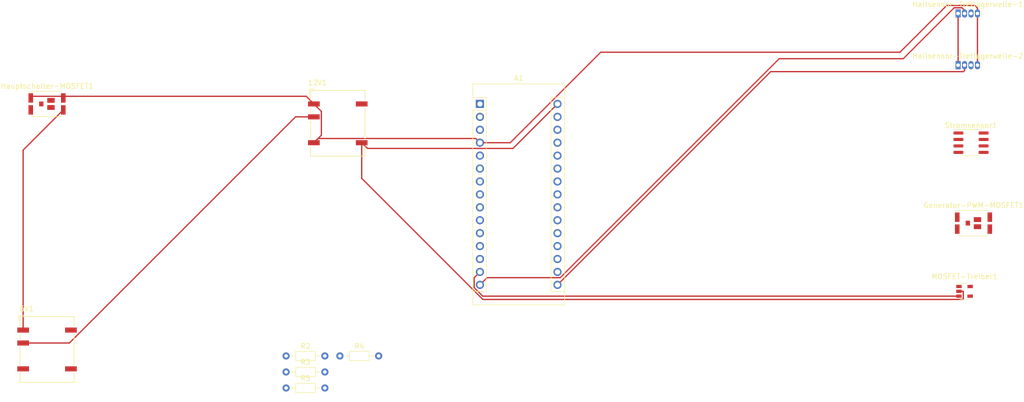
<source format=kicad_pcb>
(kicad_pcb (version 20171130) (host pcbnew 5.1.10)

  (general
    (thickness 1.6)
    (drawings 0)
    (tracks 49)
    (zones 0)
    (modules 13)
    (nets 45)
  )

  (page A4)
  (layers
    (0 F.Cu signal)
    (31 B.Cu signal)
    (32 B.Adhes user)
    (33 F.Adhes user)
    (34 B.Paste user)
    (35 F.Paste user)
    (36 B.SilkS user)
    (37 F.SilkS user)
    (38 B.Mask user)
    (39 F.Mask user)
    (40 Dwgs.User user)
    (41 Cmts.User user)
    (42 Eco1.User user)
    (43 Eco2.User user)
    (44 Edge.Cuts user)
    (45 Margin user)
    (46 B.CrtYd user)
    (47 F.CrtYd user)
    (48 B.Fab user)
    (49 F.Fab user)
  )

  (setup
    (last_trace_width 0.25)
    (trace_clearance 0.2)
    (zone_clearance 0.508)
    (zone_45_only no)
    (trace_min 0.2)
    (via_size 0.8)
    (via_drill 0.4)
    (via_min_size 0.4)
    (via_min_drill 0.3)
    (uvia_size 0.3)
    (uvia_drill 0.1)
    (uvias_allowed no)
    (uvia_min_size 0.2)
    (uvia_min_drill 0.1)
    (edge_width 0.05)
    (segment_width 0.2)
    (pcb_text_width 0.3)
    (pcb_text_size 1.5 1.5)
    (mod_edge_width 0.12)
    (mod_text_size 1 1)
    (mod_text_width 0.15)
    (pad_size 1.524 1.524)
    (pad_drill 0.762)
    (pad_to_mask_clearance 0)
    (aux_axis_origin 0 0)
    (visible_elements FFFFFF7F)
    (pcbplotparams
      (layerselection 0x010fc_ffffffff)
      (usegerberextensions false)
      (usegerberattributes true)
      (usegerberadvancedattributes true)
      (creategerberjobfile true)
      (excludeedgelayer true)
      (linewidth 0.100000)
      (plotframeref false)
      (viasonmask false)
      (mode 1)
      (useauxorigin false)
      (hpglpennumber 1)
      (hpglpenspeed 20)
      (hpglpendiameter 15.000000)
      (psnegative false)
      (psa4output false)
      (plotreference true)
      (plotvalue true)
      (plotinvisibletext false)
      (padsonsilk false)
      (subtractmaskfromsilk false)
      (outputformat 1)
      (mirror false)
      (drillshape 1)
      (scaleselection 1)
      (outputdirectory ""))
  )

  (net 0 "")
  (net 1 "Net-(12V1-Pad8)")
  (net 2 "Net-(12V1-Pad14)")
  (net 3 GND)
  (net 4 "Net-(12V1-Pad3)")
  (net 5 "Net-(6V1-Pad8)")
  (net 6 "Net-(6V1-Pad14)")
  (net 7 "Net-(A1-Pad16)")
  (net 8 "Net-(A1-Pad15)")
  (net 9 "Net-(A1-Pad14)")
  (net 10 "Net-(A1-Pad13)")
  (net 11 "Net-(A1-Pad28)")
  (net 12 "Net-(A1-Pad12)")
  (net 13 "Net-(A1-Pad27)")
  (net 14 "Net-(A1-Pad11)")
  (net 15 "Net-(A1-Pad26)")
  (net 16 "Net-(A1-Pad10)")
  (net 17 "Net-(A1-Pad25)")
  (net 18 "Net-(A1-Pad9)")
  (net 19 "Net-(A1-Pad24)")
  (net 20 "Net-(A1-Pad8)")
  (net 21 "Net-(A1-Pad23)")
  (net 22 "Net-(A1-Pad7)")
  (net 23 "Net-(A1-Pad22)")
  (net 24 "Net-(A1-Pad6)")
  (net 25 "Net-(A1-Pad21)")
  (net 26 "Net-(A1-Pad5)")
  (net 27 "Net-(A1-Pad20)")
  (net 28 "Net-(A1-Pad19)")
  (net 29 "Net-(A1-Pad3)")
  (net 30 "Net-(A1-Pad18)")
  (net 31 "Net-(A1-Pad2)")
  (net 32 "Net-(A1-Pad17)")
  (net 33 "Net-(A1-Pad1)")
  (net 34 "Net-(BAT1-Pad4)")
  (net 35 "Net-(Generator-PWM-MOSFET1-Pad1)")
  (net 36 "Net-(Generator-PWM-MOSFET1-Pad2)")
  (net 37 "Net-(Hallsensor-Tretlagerwelle-1-Pad3)")
  (net 38 "Net-(Hallsensor-Tretlagerwelle-2-Pad3)")
  (net 39 "Net-(Hauptschalter-MOSFET1-Pad2)")
  (net 40 "Net-(MOSFET-Treiber1-Pad1)")
  (net 41 "Net-(A1-Pad4)")
  (net 42 "Net-(MOTOR1-Pad~)")
  (net 43 "Net-(C1-Pad1)")
  (net 44 "Net-(D2-Pad2)")

  (net_class Default "This is the default net class."
    (clearance 0.2)
    (trace_width 0.25)
    (via_dia 0.8)
    (via_drill 0.4)
    (uvia_dia 0.3)
    (uvia_drill 0.1)
    (add_net GND)
    (add_net "Net-(12V1-Pad14)")
    (add_net "Net-(12V1-Pad3)")
    (add_net "Net-(12V1-Pad8)")
    (add_net "Net-(6V1-Pad14)")
    (add_net "Net-(6V1-Pad8)")
    (add_net "Net-(A1-Pad1)")
    (add_net "Net-(A1-Pad10)")
    (add_net "Net-(A1-Pad11)")
    (add_net "Net-(A1-Pad12)")
    (add_net "Net-(A1-Pad13)")
    (add_net "Net-(A1-Pad14)")
    (add_net "Net-(A1-Pad15)")
    (add_net "Net-(A1-Pad16)")
    (add_net "Net-(A1-Pad17)")
    (add_net "Net-(A1-Pad18)")
    (add_net "Net-(A1-Pad19)")
    (add_net "Net-(A1-Pad2)")
    (add_net "Net-(A1-Pad20)")
    (add_net "Net-(A1-Pad21)")
    (add_net "Net-(A1-Pad22)")
    (add_net "Net-(A1-Pad23)")
    (add_net "Net-(A1-Pad24)")
    (add_net "Net-(A1-Pad25)")
    (add_net "Net-(A1-Pad26)")
    (add_net "Net-(A1-Pad27)")
    (add_net "Net-(A1-Pad28)")
    (add_net "Net-(A1-Pad3)")
    (add_net "Net-(A1-Pad4)")
    (add_net "Net-(A1-Pad5)")
    (add_net "Net-(A1-Pad6)")
    (add_net "Net-(A1-Pad7)")
    (add_net "Net-(A1-Pad8)")
    (add_net "Net-(A1-Pad9)")
    (add_net "Net-(BAT1-Pad4)")
    (add_net "Net-(C1-Pad1)")
    (add_net "Net-(D2-Pad2)")
    (add_net "Net-(Generator-PWM-MOSFET1-Pad1)")
    (add_net "Net-(Generator-PWM-MOSFET1-Pad2)")
    (add_net "Net-(Hallsensor-Tretlagerwelle-1-Pad3)")
    (add_net "Net-(Hallsensor-Tretlagerwelle-2-Pad3)")
    (add_net "Net-(Hauptschalter-MOSFET1-Pad2)")
    (add_net "Net-(MOSFET-Treiber1-Pad1)")
    (add_net "Net-(MOTOR1-Pad~)")
  )

  (module Resistor_THT:R_Axial_DIN0204_L3.6mm_D1.6mm_P7.62mm_Horizontal (layer F.Cu) (tedit 5AE5139B) (tstamp 6091719D)
    (at 128.27 90.12)
    (descr "Resistor, Axial_DIN0204 series, Axial, Horizontal, pin pitch=7.62mm, 0.167W, length*diameter=3.6*1.6mm^2, http://cdn-reichelt.de/documents/datenblatt/B400/1_4W%23YAG.pdf")
    (tags "Resistor Axial_DIN0204 series Axial Horizontal pin pitch 7.62mm 0.167W length 3.6mm diameter 1.6mm")
    (path /6054C592)
    (fp_text reference R5 (at 3.81 -1.92) (layer F.SilkS)
      (effects (font (size 1 1) (thickness 0.15)))
    )
    (fp_text value 47k (at 3.81 1.92) (layer F.Fab)
      (effects (font (size 1 1) (thickness 0.15)))
    )
    (fp_text user %R (at 3.81 0) (layer F.Fab)
      (effects (font (size 0.72 0.72) (thickness 0.108)))
    )
    (fp_line (start 2.01 -0.8) (end 2.01 0.8) (layer F.Fab) (width 0.1))
    (fp_line (start 2.01 0.8) (end 5.61 0.8) (layer F.Fab) (width 0.1))
    (fp_line (start 5.61 0.8) (end 5.61 -0.8) (layer F.Fab) (width 0.1))
    (fp_line (start 5.61 -0.8) (end 2.01 -0.8) (layer F.Fab) (width 0.1))
    (fp_line (start 0 0) (end 2.01 0) (layer F.Fab) (width 0.1))
    (fp_line (start 7.62 0) (end 5.61 0) (layer F.Fab) (width 0.1))
    (fp_line (start 1.89 -0.92) (end 1.89 0.92) (layer F.SilkS) (width 0.12))
    (fp_line (start 1.89 0.92) (end 5.73 0.92) (layer F.SilkS) (width 0.12))
    (fp_line (start 5.73 0.92) (end 5.73 -0.92) (layer F.SilkS) (width 0.12))
    (fp_line (start 5.73 -0.92) (end 1.89 -0.92) (layer F.SilkS) (width 0.12))
    (fp_line (start 0.94 0) (end 1.89 0) (layer F.SilkS) (width 0.12))
    (fp_line (start 6.68 0) (end 5.73 0) (layer F.SilkS) (width 0.12))
    (fp_line (start -0.95 -1.05) (end -0.95 1.05) (layer F.CrtYd) (width 0.05))
    (fp_line (start -0.95 1.05) (end 8.57 1.05) (layer F.CrtYd) (width 0.05))
    (fp_line (start 8.57 1.05) (end 8.57 -1.05) (layer F.CrtYd) (width 0.05))
    (fp_line (start 8.57 -1.05) (end -0.95 -1.05) (layer F.CrtYd) (width 0.05))
    (pad 2 thru_hole oval (at 7.62 0) (size 1.4 1.4) (drill 0.7) (layers *.Cu *.Mask)
      (net 3 GND))
    (pad 1 thru_hole circle (at 0 0) (size 1.4 1.4) (drill 0.7) (layers *.Cu *.Mask)
      (net 26 "Net-(A1-Pad5)"))
    (model ${KISYS3DMOD}/Resistor_THT.3dshapes/R_Axial_DIN0204_L3.6mm_D1.6mm_P7.62mm_Horizontal.wrl
      (at (xyz 0 0 0))
      (scale (xyz 1 1 1))
      (rotate (xyz 0 0 0))
    )
  )

  (module Resistor_THT:R_Axial_DIN0204_L3.6mm_D1.6mm_P7.62mm_Horizontal (layer F.Cu) (tedit 5AE5139B) (tstamp 60917186)
    (at 138.84 83.82)
    (descr "Resistor, Axial_DIN0204 series, Axial, Horizontal, pin pitch=7.62mm, 0.167W, length*diameter=3.6*1.6mm^2, http://cdn-reichelt.de/documents/datenblatt/B400/1_4W%23YAG.pdf")
    (tags "Resistor Axial_DIN0204 series Axial Horizontal pin pitch 7.62mm 0.167W length 3.6mm diameter 1.6mm")
    (path /6054C58B)
    (fp_text reference R4 (at 3.81 -1.92) (layer F.SilkS)
      (effects (font (size 1 1) (thickness 0.15)))
    )
    (fp_text value 100k (at 3.81 1.92) (layer F.Fab)
      (effects (font (size 1 1) (thickness 0.15)))
    )
    (fp_text user %R (at 3.81 0) (layer F.Fab)
      (effects (font (size 0.72 0.72) (thickness 0.108)))
    )
    (fp_line (start 2.01 -0.8) (end 2.01 0.8) (layer F.Fab) (width 0.1))
    (fp_line (start 2.01 0.8) (end 5.61 0.8) (layer F.Fab) (width 0.1))
    (fp_line (start 5.61 0.8) (end 5.61 -0.8) (layer F.Fab) (width 0.1))
    (fp_line (start 5.61 -0.8) (end 2.01 -0.8) (layer F.Fab) (width 0.1))
    (fp_line (start 0 0) (end 2.01 0) (layer F.Fab) (width 0.1))
    (fp_line (start 7.62 0) (end 5.61 0) (layer F.Fab) (width 0.1))
    (fp_line (start 1.89 -0.92) (end 1.89 0.92) (layer F.SilkS) (width 0.12))
    (fp_line (start 1.89 0.92) (end 5.73 0.92) (layer F.SilkS) (width 0.12))
    (fp_line (start 5.73 0.92) (end 5.73 -0.92) (layer F.SilkS) (width 0.12))
    (fp_line (start 5.73 -0.92) (end 1.89 -0.92) (layer F.SilkS) (width 0.12))
    (fp_line (start 0.94 0) (end 1.89 0) (layer F.SilkS) (width 0.12))
    (fp_line (start 6.68 0) (end 5.73 0) (layer F.SilkS) (width 0.12))
    (fp_line (start -0.95 -1.05) (end -0.95 1.05) (layer F.CrtYd) (width 0.05))
    (fp_line (start -0.95 1.05) (end 8.57 1.05) (layer F.CrtYd) (width 0.05))
    (fp_line (start 8.57 1.05) (end 8.57 -1.05) (layer F.CrtYd) (width 0.05))
    (fp_line (start 8.57 -1.05) (end -0.95 -1.05) (layer F.CrtYd) (width 0.05))
    (pad 2 thru_hole oval (at 7.62 0) (size 1.4 1.4) (drill 0.7) (layers *.Cu *.Mask)
      (net 26 "Net-(A1-Pad5)"))
    (pad 1 thru_hole circle (at 0 0) (size 1.4 1.4) (drill 0.7) (layers *.Cu *.Mask)
      (net 42 "Net-(MOTOR1-Pad~)"))
    (model ${KISYS3DMOD}/Resistor_THT.3dshapes/R_Axial_DIN0204_L3.6mm_D1.6mm_P7.62mm_Horizontal.wrl
      (at (xyz 0 0 0))
      (scale (xyz 1 1 1))
      (rotate (xyz 0 0 0))
    )
  )

  (module Resistor_THT:R_Axial_DIN0204_L3.6mm_D1.6mm_P7.62mm_Horizontal (layer F.Cu) (tedit 5AE5139B) (tstamp 6091716F)
    (at 128.27 86.97)
    (descr "Resistor, Axial_DIN0204 series, Axial, Horizontal, pin pitch=7.62mm, 0.167W, length*diameter=3.6*1.6mm^2, http://cdn-reichelt.de/documents/datenblatt/B400/1_4W%23YAG.pdf")
    (tags "Resistor Axial_DIN0204 series Axial Horizontal pin pitch 7.62mm 0.167W length 3.6mm diameter 1.6mm")
    (path /60361DDE)
    (fp_text reference R3 (at 3.81 -1.92) (layer F.SilkS)
      (effects (font (size 1 1) (thickness 0.15)))
    )
    (fp_text value 47k (at 3.81 1.92) (layer F.Fab)
      (effects (font (size 1 1) (thickness 0.15)))
    )
    (fp_text user %R (at 3.81 0) (layer F.Fab)
      (effects (font (size 0.72 0.72) (thickness 0.108)))
    )
    (fp_line (start 2.01 -0.8) (end 2.01 0.8) (layer F.Fab) (width 0.1))
    (fp_line (start 2.01 0.8) (end 5.61 0.8) (layer F.Fab) (width 0.1))
    (fp_line (start 5.61 0.8) (end 5.61 -0.8) (layer F.Fab) (width 0.1))
    (fp_line (start 5.61 -0.8) (end 2.01 -0.8) (layer F.Fab) (width 0.1))
    (fp_line (start 0 0) (end 2.01 0) (layer F.Fab) (width 0.1))
    (fp_line (start 7.62 0) (end 5.61 0) (layer F.Fab) (width 0.1))
    (fp_line (start 1.89 -0.92) (end 1.89 0.92) (layer F.SilkS) (width 0.12))
    (fp_line (start 1.89 0.92) (end 5.73 0.92) (layer F.SilkS) (width 0.12))
    (fp_line (start 5.73 0.92) (end 5.73 -0.92) (layer F.SilkS) (width 0.12))
    (fp_line (start 5.73 -0.92) (end 1.89 -0.92) (layer F.SilkS) (width 0.12))
    (fp_line (start 0.94 0) (end 1.89 0) (layer F.SilkS) (width 0.12))
    (fp_line (start 6.68 0) (end 5.73 0) (layer F.SilkS) (width 0.12))
    (fp_line (start -0.95 -1.05) (end -0.95 1.05) (layer F.CrtYd) (width 0.05))
    (fp_line (start -0.95 1.05) (end 8.57 1.05) (layer F.CrtYd) (width 0.05))
    (fp_line (start 8.57 1.05) (end 8.57 -1.05) (layer F.CrtYd) (width 0.05))
    (fp_line (start 8.57 -1.05) (end -0.95 -1.05) (layer F.CrtYd) (width 0.05))
    (pad 2 thru_hole oval (at 7.62 0) (size 1.4 1.4) (drill 0.7) (layers *.Cu *.Mask)
      (net 3 GND))
    (pad 1 thru_hole circle (at 0 0) (size 1.4 1.4) (drill 0.7) (layers *.Cu *.Mask)
      (net 16 "Net-(A1-Pad10)"))
    (model ${KISYS3DMOD}/Resistor_THT.3dshapes/R_Axial_DIN0204_L3.6mm_D1.6mm_P7.62mm_Horizontal.wrl
      (at (xyz 0 0 0))
      (scale (xyz 1 1 1))
      (rotate (xyz 0 0 0))
    )
  )

  (module Resistor_THT:R_Axial_DIN0204_L3.6mm_D1.6mm_P7.62mm_Horizontal (layer F.Cu) (tedit 5AE5139B) (tstamp 60917158)
    (at 128.27 83.82)
    (descr "Resistor, Axial_DIN0204 series, Axial, Horizontal, pin pitch=7.62mm, 0.167W, length*diameter=3.6*1.6mm^2, http://cdn-reichelt.de/documents/datenblatt/B400/1_4W%23YAG.pdf")
    (tags "Resistor Axial_DIN0204 series Axial Horizontal pin pitch 7.62mm 0.167W length 3.6mm diameter 1.6mm")
    (path /60361DD6)
    (fp_text reference R2 (at 3.81 -1.92) (layer F.SilkS)
      (effects (font (size 1 1) (thickness 0.15)))
    )
    (fp_text value 100k (at 3.81 1.92) (layer F.Fab)
      (effects (font (size 1 1) (thickness 0.15)))
    )
    (fp_text user %R (at 3.81 0) (layer F.Fab)
      (effects (font (size 0.72 0.72) (thickness 0.108)))
    )
    (fp_line (start 2.01 -0.8) (end 2.01 0.8) (layer F.Fab) (width 0.1))
    (fp_line (start 2.01 0.8) (end 5.61 0.8) (layer F.Fab) (width 0.1))
    (fp_line (start 5.61 0.8) (end 5.61 -0.8) (layer F.Fab) (width 0.1))
    (fp_line (start 5.61 -0.8) (end 2.01 -0.8) (layer F.Fab) (width 0.1))
    (fp_line (start 0 0) (end 2.01 0) (layer F.Fab) (width 0.1))
    (fp_line (start 7.62 0) (end 5.61 0) (layer F.Fab) (width 0.1))
    (fp_line (start 1.89 -0.92) (end 1.89 0.92) (layer F.SilkS) (width 0.12))
    (fp_line (start 1.89 0.92) (end 5.73 0.92) (layer F.SilkS) (width 0.12))
    (fp_line (start 5.73 0.92) (end 5.73 -0.92) (layer F.SilkS) (width 0.12))
    (fp_line (start 5.73 -0.92) (end 1.89 -0.92) (layer F.SilkS) (width 0.12))
    (fp_line (start 0.94 0) (end 1.89 0) (layer F.SilkS) (width 0.12))
    (fp_line (start 6.68 0) (end 5.73 0) (layer F.SilkS) (width 0.12))
    (fp_line (start -0.95 -1.05) (end -0.95 1.05) (layer F.CrtYd) (width 0.05))
    (fp_line (start -0.95 1.05) (end 8.57 1.05) (layer F.CrtYd) (width 0.05))
    (fp_line (start 8.57 1.05) (end 8.57 -1.05) (layer F.CrtYd) (width 0.05))
    (fp_line (start 8.57 -1.05) (end -0.95 -1.05) (layer F.CrtYd) (width 0.05))
    (pad 2 thru_hole oval (at 7.62 0) (size 1.4 1.4) (drill 0.7) (layers *.Cu *.Mask)
      (net 16 "Net-(A1-Pad10)"))
    (pad 1 thru_hole circle (at 0 0) (size 1.4 1.4) (drill 0.7) (layers *.Cu *.Mask)
      (net 42 "Net-(MOTOR1-Pad~)"))
    (model ${KISYS3DMOD}/Resistor_THT.3dshapes/R_Axial_DIN0204_L3.6mm_D1.6mm_P7.62mm_Horizontal.wrl
      (at (xyz 0 0 0))
      (scale (xyz 1 1 1))
      (rotate (xyz 0 0 0))
    )
  )

  (module Sensor_Current:Allegro_SIP-4 (layer F.Cu) (tedit 5A04BB65) (tstamp 608FF3CF)
    (at 260.35 26.67)
    (descr "Allegro Microsystems SIP-4, 1.27mm Pitch (http://www.allegromicro.com/~/media/Files/Datasheets/A1363-Datasheet.ashx)")
    (tags "Allegro SIP-4")
    (path /6090E064)
    (fp_text reference Hallsensor-Tretlagerwelle-2 (at 1.905 -1.8) (layer F.SilkS)
      (effects (font (size 1 1) (thickness 0.15)))
    )
    (fp_text value A1363xKTTN-1 (at 1.905 1.8) (layer F.Fab)
      (effects (font (size 1 1) (thickness 0.15)))
    )
    (fp_line (start 4.63 -0.58) (end 4.63 0.66) (layer F.SilkS) (width 0.12))
    (fp_line (start -0.82 0.66) (end -0.82 -0.58) (layer F.SilkS) (width 0.12))
    (fp_line (start -0.7 0.54) (end -0.7 -0.46) (layer F.Fab) (width 0.1))
    (fp_line (start -0.7 -0.46) (end 4.51 -0.46) (layer F.Fab) (width 0.1))
    (fp_line (start 4.51 -0.46) (end 4.51 0.54) (layer F.Fab) (width 0.1))
    (fp_line (start 4.51 0.54) (end -0.7 0.54) (layer F.Fab) (width 0.1))
    (fp_line (start 4.76 -1.05) (end -0.95 -1.05) (layer F.CrtYd) (width 0.05))
    (fp_line (start -0.95 -1.05) (end -0.95 1.05) (layer F.CrtYd) (width 0.05))
    (fp_line (start -0.95 1.05) (end 4.76 1.05) (layer F.CrtYd) (width 0.05))
    (fp_line (start 4.76 1.05) (end 4.76 -1.05) (layer F.CrtYd) (width 0.05))
    (fp_text user %R (at 1.905 0) (layer F.Fab)
      (effects (font (size 0.7 0.7) (thickness 0.1)))
    )
    (pad 4 thru_hole oval (at 3.81 0) (size 1 1.6) (drill 0.7) (layers *.Cu *.Mask)
      (net 3 GND))
    (pad 3 thru_hole oval (at 2.54 0) (size 1 1.6) (drill 0.7) (layers *.Cu *.Mask)
      (net 38 "Net-(Hallsensor-Tretlagerwelle-2-Pad3)"))
    (pad 2 thru_hole oval (at 1.27 0) (size 1 1.6) (drill 0.7) (layers *.Cu *.Mask)
      (net 8 "Net-(A1-Pad15)"))
    (pad 1 thru_hole rect (at 0 0) (size 1 1.6) (drill 0.7) (layers *.Cu *.Mask)
      (net 13 "Net-(A1-Pad27)"))
    (model ${KISYS3DMOD}/Sensor_Current.3dshapes/Allegro_SIP-4.wrl
      (at (xyz 0 0 0))
      (scale (xyz 1 1 1))
      (rotate (xyz 0 0 0))
    )
  )

  (module Sensor_Current:Allegro_SIP-4 (layer F.Cu) (tedit 5A04BB65) (tstamp 608FF3BC)
    (at 260.35 16.51)
    (descr "Allegro Microsystems SIP-4, 1.27mm Pitch (http://www.allegromicro.com/~/media/Files/Datasheets/A1363-Datasheet.ashx)")
    (tags "Allegro SIP-4")
    (path /6090B744)
    (fp_text reference Hallsensor-Tretlagerwelle-1 (at 1.905 -1.8) (layer F.SilkS)
      (effects (font (size 1 1) (thickness 0.15)))
    )
    (fp_text value A1363xKTTN-1 (at 1.905 1.8) (layer F.Fab)
      (effects (font (size 1 1) (thickness 0.15)))
    )
    (fp_line (start 4.63 -0.58) (end 4.63 0.66) (layer F.SilkS) (width 0.12))
    (fp_line (start -0.82 0.66) (end -0.82 -0.58) (layer F.SilkS) (width 0.12))
    (fp_line (start -0.7 0.54) (end -0.7 -0.46) (layer F.Fab) (width 0.1))
    (fp_line (start -0.7 -0.46) (end 4.51 -0.46) (layer F.Fab) (width 0.1))
    (fp_line (start 4.51 -0.46) (end 4.51 0.54) (layer F.Fab) (width 0.1))
    (fp_line (start 4.51 0.54) (end -0.7 0.54) (layer F.Fab) (width 0.1))
    (fp_line (start 4.76 -1.05) (end -0.95 -1.05) (layer F.CrtYd) (width 0.05))
    (fp_line (start -0.95 -1.05) (end -0.95 1.05) (layer F.CrtYd) (width 0.05))
    (fp_line (start -0.95 1.05) (end 4.76 1.05) (layer F.CrtYd) (width 0.05))
    (fp_line (start 4.76 1.05) (end 4.76 -1.05) (layer F.CrtYd) (width 0.05))
    (fp_text user %R (at 1.905 0) (layer F.Fab)
      (effects (font (size 0.7 0.7) (thickness 0.1)))
    )
    (pad 4 thru_hole oval (at 3.81 0) (size 1 1.6) (drill 0.7) (layers *.Cu *.Mask)
      (net 3 GND))
    (pad 3 thru_hole oval (at 2.54 0) (size 1 1.6) (drill 0.7) (layers *.Cu *.Mask)
      (net 37 "Net-(Hallsensor-Tretlagerwelle-1-Pad3)"))
    (pad 2 thru_hole oval (at 1.27 0) (size 1 1.6) (drill 0.7) (layers *.Cu *.Mask)
      (net 7 "Net-(A1-Pad16)"))
    (pad 1 thru_hole rect (at 0 0) (size 1 1.6) (drill 0.7) (layers *.Cu *.Mask)
      (net 13 "Net-(A1-Pad27)"))
    (model ${KISYS3DMOD}/Sensor_Current.3dshapes/Allegro_SIP-4.wrl
      (at (xyz 0 0 0))
      (scale (xyz 1 1 1))
      (rotate (xyz 0 0 0))
    )
  )

  (module Package_SO:SOIC-8_3.9x4.9mm_P1.27mm (layer F.Cu) (tedit 5D9F72B1) (tstamp 608FF3A9)
    (at 262.89 41.91)
    (descr "SOIC, 8 Pin (JEDEC MS-012AA, https://www.analog.com/media/en/package-pcb-resources/package/pkg_pdf/soic_narrow-r/r_8.pdf), generated with kicad-footprint-generator ipc_gullwing_generator.py")
    (tags "SOIC SO")
    (path /6019B2BA)
    (attr smd)
    (fp_text reference Stromsensor1 (at 0 -3.4) (layer F.SilkS)
      (effects (font (size 1 1) (thickness 0.15)))
    )
    (fp_text value ACS712xLCTR-05B (at 0 3.4) (layer F.Fab)
      (effects (font (size 1 1) (thickness 0.15)))
    )
    (fp_line (start 3.7 -2.7) (end -3.7 -2.7) (layer F.CrtYd) (width 0.05))
    (fp_line (start 3.7 2.7) (end 3.7 -2.7) (layer F.CrtYd) (width 0.05))
    (fp_line (start -3.7 2.7) (end 3.7 2.7) (layer F.CrtYd) (width 0.05))
    (fp_line (start -3.7 -2.7) (end -3.7 2.7) (layer F.CrtYd) (width 0.05))
    (fp_line (start -1.95 -1.475) (end -0.975 -2.45) (layer F.Fab) (width 0.1))
    (fp_line (start -1.95 2.45) (end -1.95 -1.475) (layer F.Fab) (width 0.1))
    (fp_line (start 1.95 2.45) (end -1.95 2.45) (layer F.Fab) (width 0.1))
    (fp_line (start 1.95 -2.45) (end 1.95 2.45) (layer F.Fab) (width 0.1))
    (fp_line (start -0.975 -2.45) (end 1.95 -2.45) (layer F.Fab) (width 0.1))
    (fp_line (start 0 -2.56) (end -3.45 -2.56) (layer F.SilkS) (width 0.12))
    (fp_line (start 0 -2.56) (end 1.95 -2.56) (layer F.SilkS) (width 0.12))
    (fp_line (start 0 2.56) (end -1.95 2.56) (layer F.SilkS) (width 0.12))
    (fp_line (start 0 2.56) (end 1.95 2.56) (layer F.SilkS) (width 0.12))
    (fp_text user %R (at 0 0) (layer F.Fab)
      (effects (font (size 0.98 0.98) (thickness 0.15)))
    )
    (pad 8 smd roundrect (at 2.475 -1.905) (size 1.95 0.6) (layers F.Cu F.Paste F.Mask) (roundrect_rratio 0.25)
      (net 13 "Net-(A1-Pad27)"))
    (pad 7 smd roundrect (at 2.475 -0.635) (size 1.95 0.6) (layers F.Cu F.Paste F.Mask) (roundrect_rratio 0.25)
      (net 28 "Net-(A1-Pad19)"))
    (pad 6 smd roundrect (at 2.475 0.635) (size 1.95 0.6) (layers F.Cu F.Paste F.Mask) (roundrect_rratio 0.25)
      (net 43 "Net-(C1-Pad1)"))
    (pad 5 smd roundrect (at 2.475 1.905) (size 1.95 0.6) (layers F.Cu F.Paste F.Mask) (roundrect_rratio 0.25)
      (net 3 GND))
    (pad 4 smd roundrect (at -2.475 1.905) (size 1.95 0.6) (layers F.Cu F.Paste F.Mask) (roundrect_rratio 0.25)
      (net 35 "Net-(Generator-PWM-MOSFET1-Pad1)"))
    (pad 3 smd roundrect (at -2.475 0.635) (size 1.95 0.6) (layers F.Cu F.Paste F.Mask) (roundrect_rratio 0.25)
      (net 35 "Net-(Generator-PWM-MOSFET1-Pad1)"))
    (pad 2 smd roundrect (at -2.475 -0.635) (size 1.95 0.6) (layers F.Cu F.Paste F.Mask) (roundrect_rratio 0.25)
      (net 44 "Net-(D2-Pad2)"))
    (pad 1 smd roundrect (at -2.475 -1.905) (size 1.95 0.6) (layers F.Cu F.Paste F.Mask) (roundrect_rratio 0.25)
      (net 44 "Net-(D2-Pad2)"))
    (model ${KISYS3DMOD}/Package_SO.3dshapes/SOIC-8_3.9x4.9mm_P1.27mm.wrl
      (at (xyz 0 0 0))
      (scale (xyz 1 1 1))
      (rotate (xyz 0 0 0))
    )
  )

  (module Package_TO_SOT_SMD:SOT-23-5 (layer F.Cu) (tedit 5A02FF57) (tstamp 608FF38F)
    (at 261.62 71.12)
    (descr "5-pin SOT23 package")
    (tags SOT-23-5)
    (path /6020FDDC)
    (attr smd)
    (fp_text reference MOSFET-Treiber1 (at 0 -2.9) (layer F.SilkS)
      (effects (font (size 1 1) (thickness 0.15)))
    )
    (fp_text value MCP1416 (at 0 2.9) (layer F.Fab)
      (effects (font (size 1 1) (thickness 0.15)))
    )
    (fp_line (start 0.9 -1.55) (end 0.9 1.55) (layer F.Fab) (width 0.1))
    (fp_line (start 0.9 1.55) (end -0.9 1.55) (layer F.Fab) (width 0.1))
    (fp_line (start -0.9 -0.9) (end -0.9 1.55) (layer F.Fab) (width 0.1))
    (fp_line (start 0.9 -1.55) (end -0.25 -1.55) (layer F.Fab) (width 0.1))
    (fp_line (start -0.9 -0.9) (end -0.25 -1.55) (layer F.Fab) (width 0.1))
    (fp_line (start -1.9 1.8) (end -1.9 -1.8) (layer F.CrtYd) (width 0.05))
    (fp_line (start 1.9 1.8) (end -1.9 1.8) (layer F.CrtYd) (width 0.05))
    (fp_line (start 1.9 -1.8) (end 1.9 1.8) (layer F.CrtYd) (width 0.05))
    (fp_line (start -1.9 -1.8) (end 1.9 -1.8) (layer F.CrtYd) (width 0.05))
    (fp_line (start 0.9 -1.61) (end -1.55 -1.61) (layer F.SilkS) (width 0.12))
    (fp_line (start -0.9 1.61) (end 0.9 1.61) (layer F.SilkS) (width 0.12))
    (fp_text user %R (at 0 0 90) (layer F.Fab)
      (effects (font (size 0.5 0.5) (thickness 0.075)))
    )
    (pad 5 smd rect (at 1.1 -0.95) (size 1.06 0.65) (layers F.Cu F.Paste F.Mask)
      (net 36 "Net-(Generator-PWM-MOSFET1-Pad2)"))
    (pad 4 smd rect (at 1.1 0.95) (size 1.06 0.65) (layers F.Cu F.Paste F.Mask)
      (net 3 GND))
    (pad 3 smd rect (at -1.1 0.95) (size 1.06 0.65) (layers F.Cu F.Paste F.Mask)
      (net 9 "Net-(A1-Pad14)"))
    (pad 2 smd rect (at -1.1 0) (size 1.06 0.65) (layers F.Cu F.Paste F.Mask)
      (net 1 "Net-(12V1-Pad8)"))
    (pad 1 smd rect (at -1.1 -0.95) (size 1.06 0.65) (layers F.Cu F.Paste F.Mask)
      (net 40 "Net-(MOSFET-Treiber1-Pad1)"))
    (model ${KISYS3DMOD}/Package_TO_SOT_SMD.3dshapes/SOT-23-5.wrl
      (at (xyz 0 0 0))
      (scale (xyz 1 1 1))
      (rotate (xyz 0 0 0))
    )
  )

  (module Package_DirectFET:DirectFET_MN (layer F.Cu) (tedit 5D754ED7) (tstamp 608FF37A)
    (at 263.385 57.72)
    (descr "DirectFET MN https://www.infineon.com/dgdl/Infineon-AN-1035-ApplicationNotes-v29_01-EN.pdf?fileId=5546d462533600a40153559159020f76#page=30")
    (tags "DirectFET MN MOSFET Infineon")
    (path /60420125)
    (attr smd)
    (fp_text reference Generator-PWM-MOSFET1 (at 0 -3.5) (layer F.SilkS)
      (effects (font (size 1 1) (thickness 0.15)))
    )
    (fp_text value BSB044N08NN3 (at 0 3.5) (layer F.Fab)
      (effects (font (size 1 1) (thickness 0.15)))
    )
    (fp_line (start 2.65 -2.45) (end -2.65 -2.45) (layer F.Fab) (width 0.1))
    (fp_line (start -2.65 2.45) (end 2.65 2.45) (layer F.Fab) (width 0.1))
    (fp_line (start 3.15 -1.95) (end 3.15 1.95) (layer F.Fab) (width 0.1))
    (fp_line (start -3.15 1.95) (end -3.15 -1.95) (layer F.Fab) (width 0.1))
    (fp_line (start -3.15 -1.95) (end -2.75 -1.95) (layer F.Fab) (width 0.1))
    (fp_line (start -2.75 -1.95) (end -2.75 -2.35) (layer F.Fab) (width 0.1))
    (fp_line (start 2.75 -2.35) (end 2.75 -1.95) (layer F.Fab) (width 0.1))
    (fp_line (start 2.75 -1.95) (end 3.15 -1.95) (layer F.Fab) (width 0.1))
    (fp_line (start 3.15 1.95) (end 2.75 1.95) (layer F.Fab) (width 0.1))
    (fp_line (start 2.75 1.95) (end 2.75 2.35) (layer F.Fab) (width 0.1))
    (fp_line (start -3.15 1.95) (end -2.75 1.95) (layer F.Fab) (width 0.1))
    (fp_line (start -2.75 1.95) (end -2.75 2.35) (layer F.Fab) (width 0.1))
    (fp_line (start -3.65 -2.4) (end -2.9 -2.4) (layer F.SilkS) (width 0.12))
    (fp_line (start -2.9 -2.4) (end -2.8 -2.5) (layer F.SilkS) (width 0.12))
    (fp_line (start -2.8 -2.5) (end 2.8 -2.5) (layer F.SilkS) (width 0.12))
    (fp_line (start 2.8 -2.5) (end 2.9 -2.4) (layer F.SilkS) (width 0.12))
    (fp_line (start 2.9 2.4) (end 2.8 2.5) (layer F.SilkS) (width 0.12))
    (fp_line (start 2.8 2.5) (end -2.8 2.5) (layer F.SilkS) (width 0.12))
    (fp_line (start -2.8 2.5) (end -2.9 2.4) (layer F.SilkS) (width 0.12))
    (fp_line (start 3.9 -2.7) (end -3.9 -2.7) (layer F.CrtYd) (width 0.05))
    (fp_line (start -3.9 -2.7) (end -3.9 2.7) (layer F.CrtYd) (width 0.05))
    (fp_line (start -3.9 2.7) (end 3.9 2.7) (layer F.CrtYd) (width 0.05))
    (fp_line (start 3.9 2.7) (end 3.9 -2.7) (layer F.CrtYd) (width 0.05))
    (fp_line (start 2.75 2.35) (end 2.65 2.45) (layer F.Fab) (width 0.1))
    (fp_line (start -2.75 2.35) (end -2.65 2.45) (layer F.Fab) (width 0.1))
    (fp_line (start 2.65 -2.45) (end 2.75 -2.35) (layer F.Fab) (width 0.1))
    (fp_line (start -2.75 -2.35) (end -2.65 -2.45) (layer F.Fab) (width 0.1))
    (fp_text user %R (at 0 0) (layer F.Fab)
      (effects (font (size 1 1) (thickness 0.15)))
    )
    (pad 3 smd rect (at 0.775 0.7) (size 1.45 0.95) (layers F.Cu F.Paste F.Mask)
      (net 3 GND))
    (pad 3 smd rect (at 0.775 -0.7) (size 1.45 0.95) (layers F.Cu F.Paste F.Mask)
      (net 3 GND))
    (pad 1 smd rect (at 3.2 1.175) (size 0.9 1.85) (layers F.Cu F.Paste F.Mask)
      (net 35 "Net-(Generator-PWM-MOSFET1-Pad1)"))
    (pad 1 smd rect (at 3.2 -1.175) (size 0.9 1.85) (layers F.Cu F.Paste F.Mask)
      (net 35 "Net-(Generator-PWM-MOSFET1-Pad1)"))
    (pad 1 smd rect (at -3.2 1.175) (size 0.9 1.85) (layers F.Cu F.Paste F.Mask)
      (net 35 "Net-(Generator-PWM-MOSFET1-Pad1)"))
    (pad 1 smd rect (at -3.2 -1.175) (size 0.9 1.85) (layers F.Cu F.Paste F.Mask)
      (net 35 "Net-(Generator-PWM-MOSFET1-Pad1)"))
    (pad 2 smd rect (at -1.125 0) (size 0.85 0.95) (layers F.Cu F.Paste F.Mask)
      (net 36 "Net-(Generator-PWM-MOSFET1-Pad2)"))
    (model ${KISYS3DMOD}/Package_DirectFET.3dshapes/DirectFET_MN.wrl
      (at (xyz 0 0 0))
      (scale (xyz 1 1 1))
      (rotate (xyz 0 0 0))
    )
  )

  (module Package_DirectFET:DirectFET_MN (layer F.Cu) (tedit 5D754ED7) (tstamp 608FF353)
    (at 81.28 34.29)
    (descr "DirectFET MN https://www.infineon.com/dgdl/Infineon-AN-1035-ApplicationNotes-v29_01-EN.pdf?fileId=5546d462533600a40153559159020f76#page=30")
    (tags "DirectFET MN MOSFET Infineon")
    (path /60241C09)
    (attr smd)
    (fp_text reference Hauptschalter-MOSFET1 (at 0 -3.5) (layer F.SilkS)
      (effects (font (size 1 1) (thickness 0.15)))
    )
    (fp_text value BSB044N08NN3 (at 0 3.5) (layer F.Fab)
      (effects (font (size 1 1) (thickness 0.15)))
    )
    (fp_line (start 2.65 -2.45) (end -2.65 -2.45) (layer F.Fab) (width 0.1))
    (fp_line (start -2.65 2.45) (end 2.65 2.45) (layer F.Fab) (width 0.1))
    (fp_line (start 3.15 -1.95) (end 3.15 1.95) (layer F.Fab) (width 0.1))
    (fp_line (start -3.15 1.95) (end -3.15 -1.95) (layer F.Fab) (width 0.1))
    (fp_line (start -3.15 -1.95) (end -2.75 -1.95) (layer F.Fab) (width 0.1))
    (fp_line (start -2.75 -1.95) (end -2.75 -2.35) (layer F.Fab) (width 0.1))
    (fp_line (start 2.75 -2.35) (end 2.75 -1.95) (layer F.Fab) (width 0.1))
    (fp_line (start 2.75 -1.95) (end 3.15 -1.95) (layer F.Fab) (width 0.1))
    (fp_line (start 3.15 1.95) (end 2.75 1.95) (layer F.Fab) (width 0.1))
    (fp_line (start 2.75 1.95) (end 2.75 2.35) (layer F.Fab) (width 0.1))
    (fp_line (start -3.15 1.95) (end -2.75 1.95) (layer F.Fab) (width 0.1))
    (fp_line (start -2.75 1.95) (end -2.75 2.35) (layer F.Fab) (width 0.1))
    (fp_line (start -3.65 -2.4) (end -2.9 -2.4) (layer F.SilkS) (width 0.12))
    (fp_line (start -2.9 -2.4) (end -2.8 -2.5) (layer F.SilkS) (width 0.12))
    (fp_line (start -2.8 -2.5) (end 2.8 -2.5) (layer F.SilkS) (width 0.12))
    (fp_line (start 2.8 -2.5) (end 2.9 -2.4) (layer F.SilkS) (width 0.12))
    (fp_line (start 2.9 2.4) (end 2.8 2.5) (layer F.SilkS) (width 0.12))
    (fp_line (start 2.8 2.5) (end -2.8 2.5) (layer F.SilkS) (width 0.12))
    (fp_line (start -2.8 2.5) (end -2.9 2.4) (layer F.SilkS) (width 0.12))
    (fp_line (start 3.9 -2.7) (end -3.9 -2.7) (layer F.CrtYd) (width 0.05))
    (fp_line (start -3.9 -2.7) (end -3.9 2.7) (layer F.CrtYd) (width 0.05))
    (fp_line (start -3.9 2.7) (end 3.9 2.7) (layer F.CrtYd) (width 0.05))
    (fp_line (start 3.9 2.7) (end 3.9 -2.7) (layer F.CrtYd) (width 0.05))
    (fp_line (start 2.75 2.35) (end 2.65 2.45) (layer F.Fab) (width 0.1))
    (fp_line (start -2.75 2.35) (end -2.65 2.45) (layer F.Fab) (width 0.1))
    (fp_line (start 2.65 -2.45) (end 2.75 -2.35) (layer F.Fab) (width 0.1))
    (fp_line (start -2.75 -2.35) (end -2.65 -2.45) (layer F.Fab) (width 0.1))
    (fp_text user %R (at 0 0) (layer F.Fab)
      (effects (font (size 1 1) (thickness 0.15)))
    )
    (pad 3 smd rect (at 0.775 0.7) (size 1.45 0.95) (layers F.Cu F.Paste F.Mask)
      (net 34 "Net-(BAT1-Pad4)"))
    (pad 3 smd rect (at 0.775 -0.7) (size 1.45 0.95) (layers F.Cu F.Paste F.Mask)
      (net 34 "Net-(BAT1-Pad4)"))
    (pad 1 smd rect (at 3.2 1.175) (size 0.9 1.85) (layers F.Cu F.Paste F.Mask)
      (net 3 GND))
    (pad 1 smd rect (at 3.2 -1.175) (size 0.9 1.85) (layers F.Cu F.Paste F.Mask)
      (net 3 GND))
    (pad 1 smd rect (at -3.2 1.175) (size 0.9 1.85) (layers F.Cu F.Paste F.Mask)
      (net 3 GND))
    (pad 1 smd rect (at -3.2 -1.175) (size 0.9 1.85) (layers F.Cu F.Paste F.Mask)
      (net 3 GND))
    (pad 2 smd rect (at -1.125 0) (size 0.85 0.95) (layers F.Cu F.Paste F.Mask)
      (net 39 "Net-(Hauptschalter-MOSFET1-Pad2)"))
    (model ${KISYS3DMOD}/Package_DirectFET.3dshapes/DirectFET_MN.wrl
      (at (xyz 0 0 0))
      (scale (xyz 1 1 1))
      (rotate (xyz 0 0 0))
    )
  )

  (module Module:Arduino_Nano (layer F.Cu) (tedit 58ACAF70) (tstamp 608FF32C)
    (at 166.37 34.29)
    (descr "Arduino Nano, http://www.mouser.com/pdfdocs/Gravitech_Arduino_Nano3_0.pdf")
    (tags "Arduino Nano")
    (path /600B5C07)
    (fp_text reference A1 (at 7.62 -5.08) (layer F.SilkS)
      (effects (font (size 1 1) (thickness 0.15)))
    )
    (fp_text value Arduino_Nano_v3.x (at 8.89 19.05 90) (layer F.Fab)
      (effects (font (size 1 1) (thickness 0.15)))
    )
    (fp_line (start 16.75 42.16) (end -1.53 42.16) (layer F.CrtYd) (width 0.05))
    (fp_line (start 16.75 42.16) (end 16.75 -4.06) (layer F.CrtYd) (width 0.05))
    (fp_line (start -1.53 -4.06) (end -1.53 42.16) (layer F.CrtYd) (width 0.05))
    (fp_line (start -1.53 -4.06) (end 16.75 -4.06) (layer F.CrtYd) (width 0.05))
    (fp_line (start 16.51 -3.81) (end 16.51 39.37) (layer F.Fab) (width 0.1))
    (fp_line (start 0 -3.81) (end 16.51 -3.81) (layer F.Fab) (width 0.1))
    (fp_line (start -1.27 -2.54) (end 0 -3.81) (layer F.Fab) (width 0.1))
    (fp_line (start -1.27 39.37) (end -1.27 -2.54) (layer F.Fab) (width 0.1))
    (fp_line (start 16.51 39.37) (end -1.27 39.37) (layer F.Fab) (width 0.1))
    (fp_line (start 16.64 -3.94) (end -1.4 -3.94) (layer F.SilkS) (width 0.12))
    (fp_line (start 16.64 39.5) (end 16.64 -3.94) (layer F.SilkS) (width 0.12))
    (fp_line (start -1.4 39.5) (end 16.64 39.5) (layer F.SilkS) (width 0.12))
    (fp_line (start 3.81 41.91) (end 3.81 31.75) (layer F.Fab) (width 0.1))
    (fp_line (start 11.43 41.91) (end 3.81 41.91) (layer F.Fab) (width 0.1))
    (fp_line (start 11.43 31.75) (end 11.43 41.91) (layer F.Fab) (width 0.1))
    (fp_line (start 3.81 31.75) (end 11.43 31.75) (layer F.Fab) (width 0.1))
    (fp_line (start 1.27 36.83) (end -1.4 36.83) (layer F.SilkS) (width 0.12))
    (fp_line (start 1.27 1.27) (end 1.27 36.83) (layer F.SilkS) (width 0.12))
    (fp_line (start 1.27 1.27) (end -1.4 1.27) (layer F.SilkS) (width 0.12))
    (fp_line (start 13.97 36.83) (end 16.64 36.83) (layer F.SilkS) (width 0.12))
    (fp_line (start 13.97 -1.27) (end 13.97 36.83) (layer F.SilkS) (width 0.12))
    (fp_line (start 13.97 -1.27) (end 16.64 -1.27) (layer F.SilkS) (width 0.12))
    (fp_line (start -1.4 -3.94) (end -1.4 -1.27) (layer F.SilkS) (width 0.12))
    (fp_line (start -1.4 1.27) (end -1.4 39.5) (layer F.SilkS) (width 0.12))
    (fp_line (start 1.27 -1.27) (end -1.4 -1.27) (layer F.SilkS) (width 0.12))
    (fp_line (start 1.27 1.27) (end 1.27 -1.27) (layer F.SilkS) (width 0.12))
    (fp_text user %R (at 6.35 19.05 90) (layer F.Fab)
      (effects (font (size 1 1) (thickness 0.15)))
    )
    (pad 16 thru_hole oval (at 15.24 35.56) (size 1.6 1.6) (drill 1) (layers *.Cu *.Mask)
      (net 7 "Net-(A1-Pad16)"))
    (pad 15 thru_hole oval (at 0 35.56) (size 1.6 1.6) (drill 1) (layers *.Cu *.Mask)
      (net 8 "Net-(A1-Pad15)"))
    (pad 30 thru_hole oval (at 15.24 0) (size 1.6 1.6) (drill 1) (layers *.Cu *.Mask)
      (net 1 "Net-(12V1-Pad8)"))
    (pad 14 thru_hole oval (at 0 33.02) (size 1.6 1.6) (drill 1) (layers *.Cu *.Mask)
      (net 9 "Net-(A1-Pad14)"))
    (pad 29 thru_hole oval (at 15.24 2.54) (size 1.6 1.6) (drill 1) (layers *.Cu *.Mask)
      (net 3 GND))
    (pad 13 thru_hole oval (at 0 30.48) (size 1.6 1.6) (drill 1) (layers *.Cu *.Mask)
      (net 10 "Net-(A1-Pad13)"))
    (pad 28 thru_hole oval (at 15.24 5.08) (size 1.6 1.6) (drill 1) (layers *.Cu *.Mask)
      (net 11 "Net-(A1-Pad28)"))
    (pad 12 thru_hole oval (at 0 27.94) (size 1.6 1.6) (drill 1) (layers *.Cu *.Mask)
      (net 12 "Net-(A1-Pad12)"))
    (pad 27 thru_hole oval (at 15.24 7.62) (size 1.6 1.6) (drill 1) (layers *.Cu *.Mask)
      (net 13 "Net-(A1-Pad27)"))
    (pad 11 thru_hole oval (at 0 25.4) (size 1.6 1.6) (drill 1) (layers *.Cu *.Mask)
      (net 14 "Net-(A1-Pad11)"))
    (pad 26 thru_hole oval (at 15.24 10.16) (size 1.6 1.6) (drill 1) (layers *.Cu *.Mask)
      (net 15 "Net-(A1-Pad26)"))
    (pad 10 thru_hole oval (at 0 22.86) (size 1.6 1.6) (drill 1) (layers *.Cu *.Mask)
      (net 16 "Net-(A1-Pad10)"))
    (pad 25 thru_hole oval (at 15.24 12.7) (size 1.6 1.6) (drill 1) (layers *.Cu *.Mask)
      (net 17 "Net-(A1-Pad25)"))
    (pad 9 thru_hole oval (at 0 20.32) (size 1.6 1.6) (drill 1) (layers *.Cu *.Mask)
      (net 18 "Net-(A1-Pad9)"))
    (pad 24 thru_hole oval (at 15.24 15.24) (size 1.6 1.6) (drill 1) (layers *.Cu *.Mask)
      (net 19 "Net-(A1-Pad24)"))
    (pad 8 thru_hole oval (at 0 17.78) (size 1.6 1.6) (drill 1) (layers *.Cu *.Mask)
      (net 20 "Net-(A1-Pad8)"))
    (pad 23 thru_hole oval (at 15.24 17.78) (size 1.6 1.6) (drill 1) (layers *.Cu *.Mask)
      (net 21 "Net-(A1-Pad23)"))
    (pad 7 thru_hole oval (at 0 15.24) (size 1.6 1.6) (drill 1) (layers *.Cu *.Mask)
      (net 22 "Net-(A1-Pad7)"))
    (pad 22 thru_hole oval (at 15.24 20.32) (size 1.6 1.6) (drill 1) (layers *.Cu *.Mask)
      (net 23 "Net-(A1-Pad22)"))
    (pad 6 thru_hole oval (at 0 12.7) (size 1.6 1.6) (drill 1) (layers *.Cu *.Mask)
      (net 24 "Net-(A1-Pad6)"))
    (pad 21 thru_hole oval (at 15.24 22.86) (size 1.6 1.6) (drill 1) (layers *.Cu *.Mask)
      (net 25 "Net-(A1-Pad21)"))
    (pad 5 thru_hole oval (at 0 10.16) (size 1.6 1.6) (drill 1) (layers *.Cu *.Mask)
      (net 26 "Net-(A1-Pad5)"))
    (pad 20 thru_hole oval (at 15.24 25.4) (size 1.6 1.6) (drill 1) (layers *.Cu *.Mask)
      (net 27 "Net-(A1-Pad20)"))
    (pad 4 thru_hole oval (at 0 7.62) (size 1.6 1.6) (drill 1) (layers *.Cu *.Mask)
      (net 41 "Net-(A1-Pad4)"))
    (pad 19 thru_hole oval (at 15.24 27.94) (size 1.6 1.6) (drill 1) (layers *.Cu *.Mask)
      (net 28 "Net-(A1-Pad19)"))
    (pad 3 thru_hole oval (at 0 5.08) (size 1.6 1.6) (drill 1) (layers *.Cu *.Mask)
      (net 29 "Net-(A1-Pad3)"))
    (pad 18 thru_hole oval (at 15.24 30.48) (size 1.6 1.6) (drill 1) (layers *.Cu *.Mask)
      (net 30 "Net-(A1-Pad18)"))
    (pad 2 thru_hole oval (at 0 2.54) (size 1.6 1.6) (drill 1) (layers *.Cu *.Mask)
      (net 31 "Net-(A1-Pad2)"))
    (pad 17 thru_hole oval (at 15.24 33.02) (size 1.6 1.6) (drill 1) (layers *.Cu *.Mask)
      (net 32 "Net-(A1-Pad17)"))
    (pad 1 thru_hole rect (at 0 0) (size 1.6 1.6) (drill 1) (layers *.Cu *.Mask)
      (net 33 "Net-(A1-Pad1)"))
    (model ${KISYS3DMOD}/Module.3dshapes/Arduino_Nano_WithMountingHoles.wrl
      (at (xyz 0 0 0))
      (scale (xyz 1 1 1))
      (rotate (xyz 0 0 0))
    )
  )

  (module Converter_DCDC:Converter_DCDC_muRata_NXExSxxxxMC_SMD (layer F.Cu) (tedit 5E79FEFA) (tstamp 608FF2EF)
    (at 81.28 83.82)
    (descr "Isolated 1W or 2W Single Output SM DC/DC Converters http://power.murata.com/data/power/ncl/kdc_nxe1.pdf http://power.murata.com/data/power/ncl/kdc_nxe2.pdf")
    (tags "Isolated 1W or 2W Single Output SM DC/DC Converters")
    (path /6015101F)
    (attr smd)
    (fp_text reference 6V1 (at -4 -9.27) (layer F.SilkS)
      (effects (font (size 1 1) (thickness 0.15)))
    )
    (fp_text value NXE2S1215MC (at 0 7.15) (layer F.Fab)
      (effects (font (size 1 1) (thickness 0.15)))
    )
    (fp_line (start -5.325 -7.74) (end 5.325 -7.74) (layer F.SilkS) (width 0.15))
    (fp_line (start 5.325 -4.3) (end 5.325 1.76) (layer F.SilkS) (width 0.15))
    (fp_line (start 5.325 -7.74) (end 5.325 -5.86) (layer F.SilkS) (width 0.15))
    (fp_line (start -5.325 -5.86) (end -5.325 -7.74) (layer F.SilkS) (width 0.15))
    (fp_line (start -5.325 -3.32) (end -5.325 -4.3) (layer F.SilkS) (width 0.15))
    (fp_line (start -5.325 1.76) (end -5.325 -1.76) (layer F.SilkS) (width 0.15))
    (fp_line (start -5.325 5.2) (end -5.325 3.32) (layer F.SilkS) (width 0.15))
    (fp_line (start 5.325 5.2) (end -5.325 5.2) (layer F.SilkS) (width 0.15))
    (fp_line (start 5.325 3.32) (end 5.325 5.2) (layer F.SilkS) (width 0.15))
    (fp_line (start -6.1 0.427414) (end -5.1 -1.92) (layer Dwgs.User) (width 0.12))
    (fp_line (start 5.25 1.93) (end 6.1 -0.067413) (layer Dwgs.User) (width 0.12))
    (fp_line (start 4.25 1.93) (end 5.9 -1.92) (layer Dwgs.User) (width 0.12))
    (fp_line (start 3.25 1.93) (end 4.9 -1.92) (layer Dwgs.User) (width 0.12))
    (fp_line (start 2.25 1.93) (end 3.9 -1.92) (layer Dwgs.User) (width 0.12))
    (fp_line (start 1.25 1.93) (end 2.9 -1.92) (layer Dwgs.User) (width 0.12))
    (fp_line (start 0.25 1.93) (end 1.9 -1.92) (layer Dwgs.User) (width 0.12))
    (fp_line (start -0.75 1.93) (end 0.9 -1.92) (layer Dwgs.User) (width 0.12))
    (fp_line (start -1.75 1.93) (end -0.1 -1.92) (layer Dwgs.User) (width 0.12))
    (fp_line (start -2.75 1.93) (end -1.1 -1.92) (layer Dwgs.User) (width 0.12))
    (fp_line (start -3.75 1.93) (end -2.1 -1.92) (layer Dwgs.User) (width 0.12))
    (fp_line (start -4.75 1.93) (end -3.1 -1.92) (layer Dwgs.User) (width 0.12))
    (fp_line (start -5.75 1.93) (end -4.1 -1.92) (layer Dwgs.User) (width 0.12))
    (fp_line (start -6.1 1.93) (end -6.1 -1.92) (layer Dwgs.User) (width 0.12))
    (fp_line (start 6.1 1.93) (end -6.1 1.93) (layer Dwgs.User) (width 0.12))
    (fp_line (start 6.1 -1.92) (end 6.1 1.93) (layer Dwgs.User) (width 0.12))
    (fp_line (start -6.1 -1.92) (end 6.1 -1.92) (layer Dwgs.User) (width 0.12))
    (fp_line (start -6.1 5.33) (end -6.1 -7.87) (layer F.CrtYd) (width 0.05))
    (fp_line (start 6.1 5.33) (end -6.1 5.33) (layer F.CrtYd) (width 0.05))
    (fp_line (start 6.1 -7.87) (end 6.1 5.33) (layer F.CrtYd) (width 0.05))
    (fp_line (start 6.1 -7.87) (end -6.1 -7.87) (layer F.CrtYd) (width 0.05))
    (fp_line (start -5.577 -7.99) (end -5.577 -6.99) (layer F.SilkS) (width 0.12))
    (fp_line (start -4.577 -7.99) (end -5.577 -7.99) (layer F.SilkS) (width 0.12))
    (fp_line (start -3.937 -7.62) (end -5.207 -6.35) (layer F.Fab) (width 0.1))
    (fp_line (start -5.207 5.08) (end -5.207 -6.35) (layer F.Fab) (width 0.1))
    (fp_line (start 5.207 5.08) (end -5.207 5.08) (layer F.Fab) (width 0.1))
    (fp_line (start 5.207 -7.62) (end 5.207 5.08) (layer F.Fab) (width 0.1))
    (fp_line (start -3.937 -7.62) (end 5.207 -7.62) (layer F.Fab) (width 0.1))
    (fp_text user "isolation barrier" (at -0.01 0.78) (layer Cmts.User)
      (effects (font (size 1 1) (thickness 0.15)))
    )
    (fp_text user Keepout (at 0.23368 -0.97282) (layer Cmts.User)
      (effects (font (size 1 1) (thickness 0.15)))
    )
    (fp_text user %R (at 0.01016 -2.76606) (layer F.Fab)
      (effects (font (size 1 1) (thickness 0.15)))
    )
    (pad 8 smd rect (at 4.7 2.54) (size 2.3 1) (layers F.Cu F.Paste F.Mask)
      (net 5 "Net-(6V1-Pad8)"))
    (pad 14 smd rect (at 4.7 -5.08) (size 2.3 1) (layers F.Cu F.Paste F.Mask)
      (net 6 "Net-(6V1-Pad14)"))
    (pad 7 smd rect (at -4.7 2.54) (size 2.3 1) (layers F.Cu F.Paste F.Mask)
      (net 3 GND))
    (pad 3 smd rect (at -4.7 -2.54) (size 2.3 1) (layers F.Cu F.Paste F.Mask)
      (net 4 "Net-(12V1-Pad3)"))
    (pad 1 smd rect (at -4.7 -5.08) (size 2.3 1) (layers F.Cu F.Paste F.Mask)
      (net 3 GND))
    (model ${KISYS3DMOD}/Converter_DCDC.3dshapes/Converter_DCDC_muRata_NXE2SxxxxMC_THT.wrl
      (at (xyz 0 0 0))
      (scale (xyz 1 1 1))
      (rotate (xyz 0 0 0))
    )
  )

  (module Converter_DCDC:Converter_DCDC_muRata_NXExSxxxxMC_SMD (layer F.Cu) (tedit 5E79FEFA) (tstamp 608FF2BE)
    (at 138.43 39.37)
    (descr "Isolated 1W or 2W Single Output SM DC/DC Converters http://power.murata.com/data/power/ncl/kdc_nxe1.pdf http://power.murata.com/data/power/ncl/kdc_nxe2.pdf")
    (tags "Isolated 1W or 2W Single Output SM DC/DC Converters")
    (path /6014FFE4)
    (attr smd)
    (fp_text reference 12V1 (at -4 -9.27) (layer F.SilkS)
      (effects (font (size 1 1) (thickness 0.15)))
    )
    (fp_text value NXE2S1215MC (at 0 7.15) (layer F.Fab)
      (effects (font (size 1 1) (thickness 0.15)))
    )
    (fp_line (start -5.325 -7.74) (end 5.325 -7.74) (layer F.SilkS) (width 0.15))
    (fp_line (start 5.325 -4.3) (end 5.325 1.76) (layer F.SilkS) (width 0.15))
    (fp_line (start 5.325 -7.74) (end 5.325 -5.86) (layer F.SilkS) (width 0.15))
    (fp_line (start -5.325 -5.86) (end -5.325 -7.74) (layer F.SilkS) (width 0.15))
    (fp_line (start -5.325 -3.32) (end -5.325 -4.3) (layer F.SilkS) (width 0.15))
    (fp_line (start -5.325 1.76) (end -5.325 -1.76) (layer F.SilkS) (width 0.15))
    (fp_line (start -5.325 5.2) (end -5.325 3.32) (layer F.SilkS) (width 0.15))
    (fp_line (start 5.325 5.2) (end -5.325 5.2) (layer F.SilkS) (width 0.15))
    (fp_line (start 5.325 3.32) (end 5.325 5.2) (layer F.SilkS) (width 0.15))
    (fp_line (start -6.1 0.427414) (end -5.1 -1.92) (layer Dwgs.User) (width 0.12))
    (fp_line (start 5.25 1.93) (end 6.1 -0.067413) (layer Dwgs.User) (width 0.12))
    (fp_line (start 4.25 1.93) (end 5.9 -1.92) (layer Dwgs.User) (width 0.12))
    (fp_line (start 3.25 1.93) (end 4.9 -1.92) (layer Dwgs.User) (width 0.12))
    (fp_line (start 2.25 1.93) (end 3.9 -1.92) (layer Dwgs.User) (width 0.12))
    (fp_line (start 1.25 1.93) (end 2.9 -1.92) (layer Dwgs.User) (width 0.12))
    (fp_line (start 0.25 1.93) (end 1.9 -1.92) (layer Dwgs.User) (width 0.12))
    (fp_line (start -0.75 1.93) (end 0.9 -1.92) (layer Dwgs.User) (width 0.12))
    (fp_line (start -1.75 1.93) (end -0.1 -1.92) (layer Dwgs.User) (width 0.12))
    (fp_line (start -2.75 1.93) (end -1.1 -1.92) (layer Dwgs.User) (width 0.12))
    (fp_line (start -3.75 1.93) (end -2.1 -1.92) (layer Dwgs.User) (width 0.12))
    (fp_line (start -4.75 1.93) (end -3.1 -1.92) (layer Dwgs.User) (width 0.12))
    (fp_line (start -5.75 1.93) (end -4.1 -1.92) (layer Dwgs.User) (width 0.12))
    (fp_line (start -6.1 1.93) (end -6.1 -1.92) (layer Dwgs.User) (width 0.12))
    (fp_line (start 6.1 1.93) (end -6.1 1.93) (layer Dwgs.User) (width 0.12))
    (fp_line (start 6.1 -1.92) (end 6.1 1.93) (layer Dwgs.User) (width 0.12))
    (fp_line (start -6.1 -1.92) (end 6.1 -1.92) (layer Dwgs.User) (width 0.12))
    (fp_line (start -6.1 5.33) (end -6.1 -7.87) (layer F.CrtYd) (width 0.05))
    (fp_line (start 6.1 5.33) (end -6.1 5.33) (layer F.CrtYd) (width 0.05))
    (fp_line (start 6.1 -7.87) (end 6.1 5.33) (layer F.CrtYd) (width 0.05))
    (fp_line (start 6.1 -7.87) (end -6.1 -7.87) (layer F.CrtYd) (width 0.05))
    (fp_line (start -5.577 -7.99) (end -5.577 -6.99) (layer F.SilkS) (width 0.12))
    (fp_line (start -4.577 -7.99) (end -5.577 -7.99) (layer F.SilkS) (width 0.12))
    (fp_line (start -3.937 -7.62) (end -5.207 -6.35) (layer F.Fab) (width 0.1))
    (fp_line (start -5.207 5.08) (end -5.207 -6.35) (layer F.Fab) (width 0.1))
    (fp_line (start 5.207 5.08) (end -5.207 5.08) (layer F.Fab) (width 0.1))
    (fp_line (start 5.207 -7.62) (end 5.207 5.08) (layer F.Fab) (width 0.1))
    (fp_line (start -3.937 -7.62) (end 5.207 -7.62) (layer F.Fab) (width 0.1))
    (fp_text user "isolation barrier" (at -0.01 0.78) (layer Cmts.User)
      (effects (font (size 1 1) (thickness 0.15)))
    )
    (fp_text user Keepout (at 0.23368 -0.97282) (layer Cmts.User)
      (effects (font (size 1 1) (thickness 0.15)))
    )
    (fp_text user %R (at 0.01016 -2.76606) (layer F.Fab)
      (effects (font (size 1 1) (thickness 0.15)))
    )
    (pad 8 smd rect (at 4.7 2.54) (size 2.3 1) (layers F.Cu F.Paste F.Mask)
      (net 1 "Net-(12V1-Pad8)"))
    (pad 14 smd rect (at 4.7 -5.08) (size 2.3 1) (layers F.Cu F.Paste F.Mask)
      (net 2 "Net-(12V1-Pad14)"))
    (pad 7 smd rect (at -4.7 2.54) (size 2.3 1) (layers F.Cu F.Paste F.Mask)
      (net 3 GND))
    (pad 3 smd rect (at -4.7 -2.54) (size 2.3 1) (layers F.Cu F.Paste F.Mask)
      (net 4 "Net-(12V1-Pad3)"))
    (pad 1 smd rect (at -4.7 -5.08) (size 2.3 1) (layers F.Cu F.Paste F.Mask)
      (net 3 GND))
    (model ${KISYS3DMOD}/Converter_DCDC.3dshapes/Converter_DCDC_muRata_NXE2SxxxxMC_THT.wrl
      (at (xyz 0 0 0))
      (scale (xyz 1 1 1))
      (rotate (xyz 0 0 0))
    )
  )

  (segment (start 261.375001 71.195001) (end 261.3 71.12) (width 0.25) (layer F.Cu) (net 1))
  (segment (start 261.375001 72.634999) (end 261.375001 71.195001) (width 0.25) (layer F.Cu) (net 1))
  (segment (start 261.289999 72.720001) (end 261.375001 72.634999) (width 0.25) (layer F.Cu) (net 1))
  (segment (start 166.938589 72.720001) (end 261.289999 72.720001) (width 0.25) (layer F.Cu) (net 1))
  (segment (start 143.13 48.911412) (end 166.938589 72.720001) (width 0.25) (layer F.Cu) (net 1))
  (segment (start 143.13 41.91) (end 143.13 48.911412) (width 0.25) (layer F.Cu) (net 1))
  (segment (start 261.3 71.12) (end 260.52 71.12) (width 0.25) (layer F.Cu) (net 1))
  (segment (start 172.864999 43.035001) (end 181.61 34.29) (width 0.25) (layer F.Cu) (net 1))
  (segment (start 144.255001 43.035001) (end 172.864999 43.035001) (width 0.25) (layer F.Cu) (net 1))
  (segment (start 143.13 41.91) (end 144.255001 43.035001) (width 0.25) (layer F.Cu) (net 1))
  (segment (start 132.229999 32.789999) (end 133.73 34.29) (width 0.25) (layer F.Cu) (net 3))
  (segment (start 78.405001 32.789999) (end 132.229999 32.789999) (width 0.25) (layer F.Cu) (net 3))
  (segment (start 78.08 33.115) (end 78.405001 32.789999) (width 0.25) (layer F.Cu) (net 3))
  (segment (start 76.58 43.365) (end 84.48 35.465) (width 0.25) (layer F.Cu) (net 3))
  (segment (start 76.58 78.74) (end 76.58 43.365) (width 0.25) (layer F.Cu) (net 3))
  (segment (start 135.205001 35.765001) (end 133.73 34.29) (width 0.25) (layer F.Cu) (net 3))
  (segment (start 135.205001 40.434999) (end 135.205001 35.765001) (width 0.25) (layer F.Cu) (net 3))
  (segment (start 133.73 41.91) (end 135.205001 40.434999) (width 0.25) (layer F.Cu) (net 3))
  (segment (start 165.544999 41.084999) (end 166.37 41.91) (width 0.25) (layer F.Cu) (net 3))
  (segment (start 134.555001 41.084999) (end 165.544999 41.084999) (width 0.25) (layer F.Cu) (net 3))
  (segment (start 133.73 41.91) (end 134.555001 41.084999) (width 0.25) (layer F.Cu) (net 3))
  (segment (start 264.16 26.67) (end 264.16 16.51) (width 0.25) (layer F.Cu) (net 3))
  (segment (start 263.63499 14.93499) (end 258.11501 14.93499) (width 0.25) (layer F.Cu) (net 3))
  (segment (start 264.16 15.46) (end 263.63499 14.93499) (width 0.25) (layer F.Cu) (net 3))
  (segment (start 264.16 16.51) (end 264.16 15.46) (width 0.25) (layer F.Cu) (net 3))
  (segment (start 258.11501 14.93499) (end 248.92 24.13) (width 0.25) (layer F.Cu) (net 3))
  (segment (start 172.324998 41.91) (end 166.37 41.91) (width 0.25) (layer F.Cu) (net 3))
  (segment (start 190.104998 24.13) (end 172.324998 41.91) (width 0.25) (layer F.Cu) (net 3))
  (segment (start 248.92 24.13) (end 190.104998 24.13) (width 0.25) (layer F.Cu) (net 3))
  (segment (start 130.125002 36.83) (end 133.73 36.83) (width 0.25) (layer F.Cu) (net 4))
  (segment (start 85.675002 81.28) (end 130.125002 36.83) (width 0.25) (layer F.Cu) (net 4))
  (segment (start 76.58 81.28) (end 85.675002 81.28) (width 0.25) (layer F.Cu) (net 4))
  (segment (start 223.52 27.94) (end 181.61 69.85) (width 0.25) (layer F.Cu) (net 7))
  (segment (start 261.4 27.94) (end 223.52 27.94) (width 0.25) (layer F.Cu) (net 7))
  (segment (start 261.62 27.72) (end 261.4 27.94) (width 0.25) (layer F.Cu) (net 7))
  (segment (start 261.62 26.67) (end 261.62 27.72) (width 0.25) (layer F.Cu) (net 7))
  (segment (start 261.62 15.894998) (end 261.62 16.51) (width 0.25) (layer F.Cu) (net 8))
  (segment (start 261.110001 15.384999) (end 261.62 15.894998) (width 0.25) (layer F.Cu) (net 8))
  (segment (start 249.574998 25.4) (end 259.589999 15.384999) (width 0.25) (layer F.Cu) (net 8))
  (segment (start 225.185002 25.4) (end 249.574998 25.4) (width 0.25) (layer F.Cu) (net 8))
  (segment (start 259.589999 15.384999) (end 261.110001 15.384999) (width 0.25) (layer F.Cu) (net 8))
  (segment (start 182.150001 68.435001) (end 225.185002 25.4) (width 0.25) (layer F.Cu) (net 8))
  (segment (start 167.784999 68.435001) (end 182.150001 68.435001) (width 0.25) (layer F.Cu) (net 8))
  (segment (start 166.37 69.85) (end 167.784999 68.435001) (width 0.25) (layer F.Cu) (net 8))
  (segment (start 166.924998 72.07) (end 260.52 72.07) (width 0.25) (layer F.Cu) (net 9))
  (segment (start 165.244999 70.390001) (end 166.924998 72.07) (width 0.25) (layer F.Cu) (net 9))
  (segment (start 165.244999 68.435001) (end 165.244999 70.390001) (width 0.25) (layer F.Cu) (net 9))
  (segment (start 166.37 67.31) (end 165.244999 68.435001) (width 0.25) (layer F.Cu) (net 9))
  (segment (start 260.35 26.67) (end 260.35 16.51) (width 0.25) (layer F.Cu) (net 13))

)

</source>
